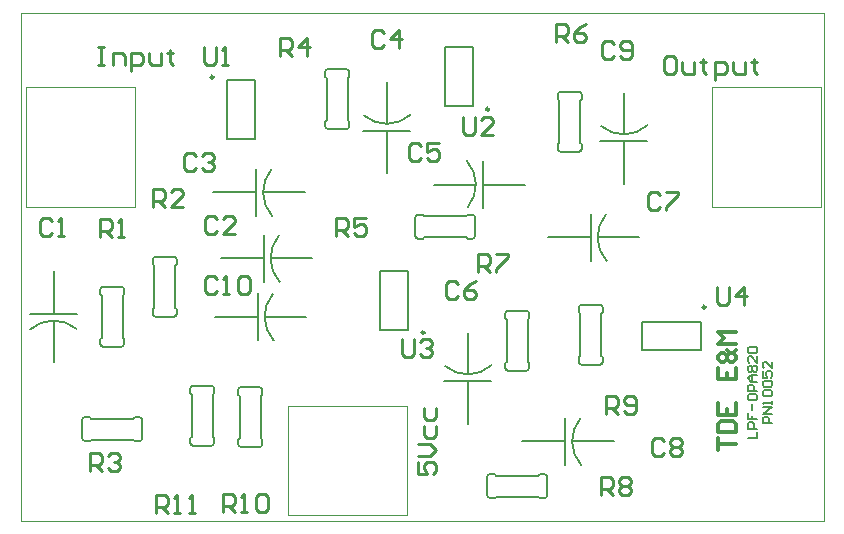
<source format=gto>
G04 Layer_Color=65535*
%FSLAX44Y44*%
%MOMM*%
G71*
G01*
G75*
%ADD15C,0.1000*%
%ADD22C,0.1524*%
%ADD23C,0.2500*%
%ADD24C,0.2000*%
%ADD25C,0.0500*%
%ADD26C,0.2540*%
%ADD27C,0.1500*%
%ADD28C,0.3000*%
D15*
X-30000Y-30000D02*
X650000D01*
Y400000D01*
X-30000D02*
X650000D01*
X-30000Y-30000D02*
Y400000D01*
D22*
X116050Y84300D02*
G03*
X113510Y81760I0J-2540D01*
G01*
X133830D02*
G03*
X131290Y84300I-2540J0D01*
G01*
Y33500D02*
G03*
X133830Y36040I0J2540D01*
G01*
X113510D02*
G03*
X116050Y33500I2540J0D01*
G01*
X156690Y83030D02*
G03*
X154150Y80490I0J-2540D01*
G01*
X174470D02*
G03*
X171930Y83030I-2540J0D01*
G01*
Y32230D02*
G03*
X174470Y34770I0J2540D01*
G01*
X154150D02*
G03*
X156690Y32230I2540J0D01*
G01*
X415770Y6830D02*
G03*
X413230Y9370I-2540J0D01*
G01*
Y-10950D02*
G03*
X415770Y-8410I0J2540D01*
G01*
X364970D02*
G03*
X367510Y-10950I2540J0D01*
G01*
Y9370D02*
G03*
X364970Y6830I0J-2540D01*
G01*
X444980Y152880D02*
G03*
X442440Y150340I0J-2540D01*
G01*
X462760D02*
G03*
X460220Y152880I-2540J0D01*
G01*
Y102080D02*
G03*
X462760Y104620I0J2540D01*
G01*
X442440D02*
G03*
X444980Y102080I2540J0D01*
G01*
X245590Y301470D02*
G03*
X248130Y304010I0J2540D01*
G01*
X227810D02*
G03*
X230350Y301470I2540J0D01*
G01*
Y352270D02*
G03*
X227810Y349730I0J-2540D01*
G01*
X248130D02*
G03*
X245590Y352270I-2540J0D01*
G01*
X354810Y226540D02*
G03*
X352270Y229080I-2540J0D01*
G01*
Y208760D02*
G03*
X354810Y211300I0J2540D01*
G01*
X304010D02*
G03*
X306550Y208760I2540J0D01*
G01*
Y229080D02*
G03*
X304010Y226540I0J-2540D01*
G01*
X442440Y282420D02*
G03*
X444980Y284960I0J2540D01*
G01*
X424660D02*
G03*
X427200Y282420I2540J0D01*
G01*
Y333220D02*
G03*
X424660Y330680I0J-2540D01*
G01*
X444980D02*
G03*
X442440Y333220I-2540J0D01*
G01*
X382750Y147800D02*
G03*
X380210Y145260I0J-2540D01*
G01*
X400530D02*
G03*
X397990Y147800I-2540J0D01*
G01*
Y97000D02*
G03*
X400530Y99540I0J2540D01*
G01*
X380210D02*
G03*
X382750Y97000I2540J0D01*
G01*
X39850Y168120D02*
G03*
X37310Y165580I0J-2540D01*
G01*
X57630D02*
G03*
X55090Y168120I-2540J0D01*
G01*
Y117320D02*
G03*
X57630Y119860I0J2540D01*
G01*
X37310D02*
G03*
X39850Y117320I2540J0D01*
G01*
X84300Y193520D02*
G03*
X81760Y190980I0J-2540D01*
G01*
X102080D02*
G03*
X99540Y193520I-2540J0D01*
G01*
Y142720D02*
G03*
X102080Y145260I0J2540D01*
G01*
X81760D02*
G03*
X84300Y142720I2540J0D01*
G01*
X72870Y55090D02*
G03*
X70330Y57630I-2540J0D01*
G01*
Y37310D02*
G03*
X72870Y39850I0J2540D01*
G01*
X22070D02*
G03*
X24610Y37310I2540J0D01*
G01*
Y57630D02*
G03*
X22070Y55090I0J-2540D01*
G01*
X116050Y84300D02*
X131290D01*
X133830Y77950D02*
Y81760D01*
X113510Y77950D02*
Y81760D01*
X132560Y41120D02*
Y76680D01*
X133830Y77950D01*
X114780Y41120D02*
Y76680D01*
X113510Y77950D02*
X114780Y76680D01*
X132560Y41120D02*
X133830Y39850D01*
Y36040D02*
Y39850D01*
X113510D02*
X114780Y41120D01*
X113510Y36040D02*
Y39850D01*
X116050Y33500D02*
X131290D01*
X156690Y83030D02*
X171930D01*
X174470Y76680D02*
Y80490D01*
X154150Y76680D02*
Y80490D01*
X173200Y39850D02*
Y75410D01*
X174470Y76680D01*
X155420Y39850D02*
Y75410D01*
X154150Y76680D02*
X155420Y75410D01*
X173200Y39850D02*
X174470Y38580D01*
Y34770D02*
Y38580D01*
X154150D02*
X155420Y39850D01*
X154150Y34770D02*
Y38580D01*
X156690Y32230D02*
X171930D01*
X415770Y-8410D02*
Y6830D01*
X409420Y-10950D02*
X413230D01*
X409420Y9370D02*
X413230D01*
X372590Y-9680D02*
X408150D01*
X409420Y-10950D01*
X372590Y8100D02*
X408150D01*
X409420Y9370D01*
X371320Y-10950D02*
X372590Y-9680D01*
X367510Y-10950D02*
X371320D01*
Y9370D02*
X372590Y8100D01*
X367510Y9370D02*
X371320D01*
X364970Y-8410D02*
Y6830D01*
X444980Y152880D02*
X460220D01*
X462760Y146530D02*
Y150340D01*
X442440Y146530D02*
Y150340D01*
X461490Y109700D02*
Y145260D01*
X462760Y146530D01*
X443710Y109700D02*
Y145260D01*
X442440Y146530D02*
X443710Y145260D01*
X461490Y109700D02*
X462760Y108430D01*
Y104620D02*
Y108430D01*
X442440D02*
X443710Y109700D01*
X442440Y104620D02*
Y108430D01*
X444980Y102080D02*
X460220D01*
X230350Y301470D02*
X245590D01*
X227810Y304010D02*
Y307820D01*
X248130Y304010D02*
Y307820D01*
X229080Y309090D02*
Y344650D01*
X227810Y307820D02*
X229080Y309090D01*
X246860D02*
Y344650D01*
Y309090D02*
X248130Y307820D01*
X227810Y345920D02*
X229080Y344650D01*
X227810Y345920D02*
Y349730D01*
X246860Y344650D02*
X248130Y345920D01*
Y349730D01*
X230350Y352270D02*
X245590D01*
X354810Y211300D02*
Y226540D01*
X348460Y208760D02*
X352270D01*
X348460Y229080D02*
X352270D01*
X311630Y210030D02*
X347190D01*
X348460Y208760D01*
X311630Y227810D02*
X347190D01*
X348460Y229080D01*
X310360Y208760D02*
X311630Y210030D01*
X306550Y208760D02*
X310360D01*
Y229080D02*
X311630Y227810D01*
X306550Y229080D02*
X310360D01*
X304010Y211300D02*
Y226540D01*
X427200Y282420D02*
X442440D01*
X424660Y284960D02*
Y288770D01*
X444980Y284960D02*
Y288770D01*
X425930Y290040D02*
Y325600D01*
X424660Y288770D02*
X425930Y290040D01*
X443710D02*
Y325600D01*
Y290040D02*
X444980Y288770D01*
X424660Y326870D02*
X425930Y325600D01*
X424660Y326870D02*
Y330680D01*
X443710Y325600D02*
X444980Y326870D01*
Y330680D01*
X427200Y333220D02*
X442440D01*
X382750Y147800D02*
X397990D01*
X400530Y141450D02*
Y145260D01*
X380210Y141450D02*
Y145260D01*
X399260Y104620D02*
Y140180D01*
X400530Y141450D01*
X381480Y104620D02*
Y140180D01*
X380210Y141450D02*
X381480Y140180D01*
X399260Y104620D02*
X400530Y103350D01*
Y99540D02*
Y103350D01*
X380210D02*
X381480Y104620D01*
X380210Y99540D02*
Y103350D01*
X382750Y97000D02*
X397990D01*
X39850Y168120D02*
X55090D01*
X57630Y161770D02*
Y165580D01*
X37310Y161770D02*
Y165580D01*
X56360Y124940D02*
Y160500D01*
X57630Y161770D01*
X38580Y124940D02*
Y160500D01*
X37310Y161770D02*
X38580Y160500D01*
X56360Y124940D02*
X57630Y123670D01*
Y119860D02*
Y123670D01*
X37310D02*
X38580Y124940D01*
X37310Y119860D02*
Y123670D01*
X39850Y117320D02*
X55090D01*
X84300Y193520D02*
X99540D01*
X102080Y187170D02*
Y190980D01*
X81760Y187170D02*
Y190980D01*
X100810Y150340D02*
Y185900D01*
X102080Y187170D01*
X83030Y150340D02*
Y185900D01*
X81760Y187170D02*
X83030Y185900D01*
X100810Y150340D02*
X102080Y149070D01*
Y145260D02*
Y149070D01*
X81760D02*
X83030Y150340D01*
X81760Y145260D02*
Y149070D01*
X84300Y142720D02*
X99540D01*
X72870Y39850D02*
Y55090D01*
X66520Y37310D02*
X70330D01*
X66520Y57630D02*
X70330D01*
X29690Y38580D02*
X65250D01*
X66520Y37310D01*
X29690Y56360D02*
X65250D01*
X66520Y57630D01*
X28420Y37310D02*
X29690Y38580D01*
X24610Y37310D02*
X28420D01*
Y57630D02*
X29690Y56360D01*
X24610Y57630D02*
X28420D01*
X22070Y39850D02*
Y55090D01*
D23*
X549980Y150710D02*
G03*
X549980Y150710I-1250J0D01*
G01*
X366590Y318370D02*
G03*
X366590Y318370I-1250J0D01*
G01*
X311980Y129140D02*
G03*
X311980Y129140I-1250J0D01*
G01*
X133440Y345530D02*
G03*
X133440Y345530I-1250J0D01*
G01*
D24*
X17160Y132458D02*
G03*
X-22198Y131771I-19284J-22981D01*
G01*
X188542Y211470D02*
G03*
X189229Y172112I22981J-19284D01*
G01*
X182192Y267350D02*
G03*
X182879Y227992I22981J-19284D01*
G01*
X260660Y313002D02*
G03*
X300018Y313689I19284J22981D01*
G01*
X348358Y235260D02*
G03*
X347671Y274618I-22981J19284D01*
G01*
X329240Y100912D02*
G03*
X368598Y101599I19284J22981D01*
G01*
X465402Y229250D02*
G03*
X466089Y189892I22981J-19284D01*
G01*
X443812Y56530D02*
G03*
X444499Y17172I22981J-19284D01*
G01*
X461320Y304112D02*
G03*
X500678Y304799I19284J22981D01*
G01*
X183462Y161940D02*
G03*
X184149Y122582I22981J-19284D01*
G01*
X496180Y138210D02*
X546180D01*
X496180Y114210D02*
X546180D01*
Y138210D01*
X496180Y114210D02*
Y138210D01*
X352840Y320920D02*
Y370920D01*
X328840Y320920D02*
Y370920D01*
Y320920D02*
X352840D01*
X328840Y370920D02*
X352840D01*
X298230Y131690D02*
Y181690D01*
X274230Y131690D02*
Y181690D01*
Y131690D02*
X298230D01*
X274230Y181690D02*
X298230D01*
X144690Y292980D02*
Y342980D01*
X168690Y292980D02*
Y342980D01*
X144690D02*
X168690D01*
X144690Y292980D02*
X168690D01*
X-2060Y145220D02*
Y181470D01*
Y104220D02*
Y139220D01*
X-22060Y145220D02*
X17940D01*
X139530Y192250D02*
X175780D01*
X181780D02*
X216780D01*
X175780Y172250D02*
Y212250D01*
X133180Y248130D02*
X169430D01*
X175430D02*
X210430D01*
X169430Y228130D02*
Y268130D01*
X279880Y263990D02*
Y300240D01*
Y306240D02*
Y341240D01*
X259880Y300240D02*
X299880D01*
X361120Y254480D02*
X397370D01*
X320120D02*
X355120D01*
X361120Y234480D02*
Y274480D01*
X348460Y51900D02*
Y88150D01*
Y94150D02*
Y129150D01*
X328460Y88150D02*
X368460D01*
X416390Y210030D02*
X452640D01*
X458640D02*
X493640D01*
X452640Y190030D02*
Y230030D01*
X394800Y37310D02*
X431050D01*
X437050D02*
X472050D01*
X431050Y17310D02*
Y57310D01*
X480540Y255100D02*
Y291350D01*
Y297350D02*
Y332350D01*
X460540Y291350D02*
X500540D01*
X134450Y142720D02*
X170700D01*
X176700D02*
X211700D01*
X170700Y122720D02*
Y162720D01*
D25*
X196260Y66800D02*
X297460D01*
X196260Y-25200D02*
Y66800D01*
Y-25200D02*
X297460D01*
Y66800D01*
X555190Y235630D02*
Y336830D01*
Y235630D02*
X647190D01*
Y336830D01*
X555190D02*
X647190D01*
X66800Y235630D02*
Y336830D01*
X-25200D02*
X66800D01*
X-25200Y235630D02*
Y336830D01*
Y235630D02*
X66800D01*
D26*
X306555Y19527D02*
Y9370D01*
X314172D01*
X311633Y14448D01*
Y16988D01*
X314172Y19527D01*
X319251D01*
X321790Y16988D01*
Y11909D01*
X319251Y9370D01*
X306555Y24605D02*
X316712D01*
X321790Y29683D01*
X316712Y34762D01*
X306555D01*
X311633Y49997D02*
Y42379D01*
X314172Y39840D01*
X319251D01*
X321790Y42379D01*
Y49997D01*
X311633Y65232D02*
Y57614D01*
X314172Y55075D01*
X319251D01*
X321790Y57614D01*
Y65232D01*
X-3333Y223996D02*
X-5872Y226535D01*
X-10951D01*
X-13490Y223996D01*
Y213839D01*
X-10951Y211300D01*
X-5872D01*
X-3333Y213839D01*
X1745Y211300D02*
X6823D01*
X4284D01*
Y226535D01*
X1745Y223996D01*
X136367Y225266D02*
X133827Y227805D01*
X128749D01*
X126210Y225266D01*
Y215109D01*
X128749Y212570D01*
X133827D01*
X136367Y215109D01*
X151602Y212570D02*
X141445D01*
X151602Y222727D01*
Y225266D01*
X149063Y227805D01*
X143984D01*
X141445Y225266D01*
X118587Y278606D02*
X116047Y281145D01*
X110969D01*
X108430Y278606D01*
Y268449D01*
X110969Y265910D01*
X116047D01*
X118587Y268449D01*
X123665Y278606D02*
X126204Y281145D01*
X131283D01*
X133822Y278606D01*
Y276067D01*
X131283Y273528D01*
X128743D01*
X131283D01*
X133822Y270988D01*
Y268449D01*
X131283Y265910D01*
X126204D01*
X123665Y268449D01*
X277337Y382746D02*
X274797Y385285D01*
X269719D01*
X267180Y382746D01*
Y372589D01*
X269719Y370050D01*
X274797D01*
X277337Y372589D01*
X290033Y370050D02*
Y385285D01*
X282415Y377668D01*
X292572D01*
X309087Y287496D02*
X306548Y290035D01*
X301469D01*
X298930Y287496D01*
Y277339D01*
X301469Y274800D01*
X306548D01*
X309087Y277339D01*
X324322Y290035D02*
X314165D01*
Y282418D01*
X319243Y284957D01*
X321783D01*
X324322Y282418D01*
Y277339D01*
X321783Y274800D01*
X316704D01*
X314165Y277339D01*
X340202Y170529D02*
X337663Y173068D01*
X332584D01*
X330045Y170529D01*
Y160372D01*
X332584Y157833D01*
X337663D01*
X340202Y160372D01*
X355437Y173068D02*
X350358Y170529D01*
X345280Y165450D01*
Y160372D01*
X347819Y157833D01*
X352898D01*
X355437Y160372D01*
Y162911D01*
X352898Y165450D01*
X345280D01*
X511017Y245586D02*
X508478Y248125D01*
X503399D01*
X500860Y245586D01*
Y235429D01*
X503399Y232890D01*
X508478D01*
X511017Y235429D01*
X516095Y248125D02*
X526252D01*
Y245586D01*
X516095Y235429D01*
Y232890D01*
X514827Y37306D02*
X512287Y39845D01*
X507209D01*
X504670Y37306D01*
Y27149D01*
X507209Y24610D01*
X512287D01*
X514827Y27149D01*
X519905Y37306D02*
X522444Y39845D01*
X527523D01*
X530062Y37306D01*
Y34767D01*
X527523Y32227D01*
X530062Y29688D01*
Y27149D01*
X527523Y24610D01*
X522444D01*
X519905Y27149D01*
Y29688D01*
X522444Y32227D01*
X519905Y34767D01*
Y37306D01*
X522444Y32227D02*
X527523D01*
X472282Y373729D02*
X469743Y376268D01*
X464664D01*
X462125Y373729D01*
Y363572D01*
X464664Y361033D01*
X469743D01*
X472282Y363572D01*
X477360D02*
X479899Y361033D01*
X484978D01*
X487517Y363572D01*
Y373729D01*
X484978Y376268D01*
X479899D01*
X477360Y373729D01*
Y371190D01*
X479899Y368651D01*
X487517D01*
X136367Y174466D02*
X133827Y177005D01*
X128749D01*
X126210Y174466D01*
Y164309D01*
X128749Y161770D01*
X133827D01*
X136367Y164309D01*
X141445Y161770D02*
X146523D01*
X143984D01*
Y177005D01*
X141445Y174466D01*
X154141D02*
X156680Y177005D01*
X161758D01*
X164298Y174466D01*
Y164309D01*
X161758Y161770D01*
X156680D01*
X154141Y164309D01*
Y174466D01*
X35560Y370835D02*
X40638D01*
X38099D01*
Y355600D01*
X35560D01*
X40638D01*
X48256D02*
Y365757D01*
X55873D01*
X58413Y363218D01*
Y355600D01*
X63491Y350522D02*
Y365757D01*
X71108D01*
X73648Y363218D01*
Y358139D01*
X71108Y355600D01*
X63491D01*
X78726Y365757D02*
Y358139D01*
X81265Y355600D01*
X88883D01*
Y365757D01*
X96500Y368296D02*
Y365757D01*
X93961D01*
X99039D01*
X96500D01*
Y358139D01*
X99039Y355600D01*
X521968Y363215D02*
X516889D01*
X514350Y360676D01*
Y350519D01*
X516889Y347980D01*
X521968D01*
X524507Y350519D01*
Y360676D01*
X521968Y363215D01*
X529585Y358137D02*
Y350519D01*
X532124Y347980D01*
X539742D01*
Y358137D01*
X547359Y360676D02*
Y358137D01*
X544820D01*
X549898D01*
X547359D01*
Y350519D01*
X549898Y347980D01*
X557516Y342902D02*
Y358137D01*
X565134D01*
X567673Y355597D01*
Y350519D01*
X565134Y347980D01*
X557516D01*
X572751Y358137D02*
Y350519D01*
X575290Y347980D01*
X582908D01*
Y358137D01*
X590525Y360676D02*
Y358137D01*
X587986D01*
X593064D01*
X590525D01*
Y350519D01*
X593064Y347980D01*
X37437Y209903D02*
Y225138D01*
X45054D01*
X47594Y222599D01*
Y217521D01*
X45054Y214981D01*
X37437D01*
X42515D02*
X47594Y209903D01*
X52672D02*
X57750D01*
X55211D01*
Y225138D01*
X52672Y222599D01*
X81887Y235303D02*
Y250538D01*
X89504D01*
X92044Y247999D01*
Y242920D01*
X89504Y240381D01*
X81887D01*
X86965D02*
X92044Y235303D01*
X107279D02*
X97122D01*
X107279Y245460D01*
Y247999D01*
X104740Y250538D01*
X99661D01*
X97122Y247999D01*
X28420Y11910D02*
Y27145D01*
X36037D01*
X38577Y24606D01*
Y19527D01*
X36037Y16988D01*
X28420D01*
X33498D02*
X38577Y11910D01*
X43655Y24606D02*
X46194Y27145D01*
X51273D01*
X53812Y24606D01*
Y22067D01*
X51273Y19527D01*
X48733D01*
X51273D01*
X53812Y16988D01*
Y14449D01*
X51273Y11910D01*
X46194D01*
X43655Y14449D01*
X189710Y363700D02*
Y378935D01*
X197327D01*
X199867Y376396D01*
Y371317D01*
X197327Y368778D01*
X189710D01*
X194788D02*
X199867Y363700D01*
X212563D02*
Y378935D01*
X204945Y371317D01*
X215102D01*
X236700Y211300D02*
Y226535D01*
X244317D01*
X246857Y223996D01*
Y218918D01*
X244317Y216378D01*
X236700D01*
X241778D02*
X246857Y211300D01*
X262092Y226535D02*
X251935D01*
Y218918D01*
X257013Y221457D01*
X259553D01*
X262092Y218918D01*
Y213839D01*
X259553Y211300D01*
X254474D01*
X251935Y213839D01*
X423390Y375130D02*
Y390365D01*
X431007D01*
X433547Y387826D01*
Y382747D01*
X431007Y380208D01*
X423390D01*
X428468D02*
X433547Y375130D01*
X448782Y390365D02*
X443703Y387826D01*
X438625Y382747D01*
Y377669D01*
X441164Y375130D01*
X446243D01*
X448782Y377669D01*
Y380208D01*
X446243Y382747D01*
X438625D01*
X357350Y180820D02*
Y196055D01*
X364967D01*
X367507Y193516D01*
Y188438D01*
X364967Y185898D01*
X357350D01*
X362428D02*
X367507Y180820D01*
X372585Y196055D02*
X382742D01*
Y193516D01*
X372585Y183359D01*
Y180820D01*
X461490Y-8410D02*
Y6825D01*
X469108D01*
X471647Y4286D01*
Y-793D01*
X469108Y-3332D01*
X461490D01*
X466568D02*
X471647Y-8410D01*
X476725Y4286D02*
X479264Y6825D01*
X484343D01*
X486882Y4286D01*
Y1747D01*
X484343Y-793D01*
X486882Y-3332D01*
Y-5871D01*
X484343Y-8410D01*
X479264D01*
X476725Y-5871D01*
Y-3332D01*
X479264Y-793D01*
X476725Y1747D01*
Y4286D01*
X479264Y-793D02*
X484343D01*
X465300Y60170D02*
Y75405D01*
X472918D01*
X475457Y72866D01*
Y67787D01*
X472918Y65248D01*
X465300D01*
X470378D02*
X475457Y60170D01*
X480535Y62709D02*
X483074Y60170D01*
X488153D01*
X490692Y62709D01*
Y72866D01*
X488153Y75405D01*
X483074D01*
X480535Y72866D01*
Y70327D01*
X483074Y67787D01*
X490692D01*
X141450Y-22380D02*
Y-7145D01*
X149067D01*
X151607Y-9684D01*
Y-14763D01*
X149067Y-17302D01*
X141450D01*
X146528D02*
X151607Y-22380D01*
X156685D02*
X161763D01*
X159224D01*
Y-7145D01*
X156685Y-9684D01*
X169381D02*
X171920Y-7145D01*
X176999D01*
X179538Y-9684D01*
Y-19841D01*
X176999Y-22380D01*
X171920D01*
X169381Y-19841D01*
Y-9684D01*
X84300Y-23650D02*
Y-8415D01*
X91917D01*
X94457Y-10954D01*
Y-16033D01*
X91917Y-18572D01*
X84300D01*
X89378D02*
X94457Y-23650D01*
X99535D02*
X104613D01*
X102074D01*
Y-8415D01*
X99535Y-10954D01*
X112231Y-23650D02*
X117309D01*
X114770D01*
Y-8415D01*
X112231Y-10954D01*
X124813Y370934D02*
Y358238D01*
X127352Y355699D01*
X132430D01*
X134970Y358238D01*
Y370934D01*
X140048Y355699D02*
X145126D01*
X142587D01*
Y370934D01*
X140048Y368395D01*
X344650Y311625D02*
Y298929D01*
X347189Y296390D01*
X352267D01*
X354807Y298929D01*
Y311625D01*
X370042Y296390D02*
X359885D01*
X370042Y306547D01*
Y309086D01*
X367503Y311625D01*
X362424D01*
X359885Y309086D01*
X292580Y123665D02*
Y110969D01*
X295119Y108430D01*
X300198D01*
X302737Y110969D01*
Y123665D01*
X307815Y121126D02*
X310354Y123665D01*
X315433D01*
X317972Y121126D01*
Y118587D01*
X315433Y116047D01*
X312893D01*
X315433D01*
X317972Y113508D01*
Y110969D01*
X315433Y108430D01*
X310354D01*
X307815Y110969D01*
X559280Y168115D02*
Y155419D01*
X561819Y152880D01*
X566898D01*
X569437Y155419D01*
Y168115D01*
X582133Y152880D02*
Y168115D01*
X574515Y160497D01*
X584672D01*
D27*
X606270Y52550D02*
X598273D01*
Y56549D01*
X599605Y57882D01*
X602271D01*
X603604Y56549D01*
Y52550D01*
X606270Y60547D02*
X598273D01*
X606270Y65879D01*
X598273D01*
X606270Y68545D02*
Y71211D01*
Y69878D01*
X598273D01*
X599605Y68545D01*
Y75209D02*
X598273Y76542D01*
Y79208D01*
X599605Y80541D01*
X604937D01*
X606270Y79208D01*
Y76542D01*
X604937Y75209D01*
X599605D01*
Y83207D02*
X598273Y84540D01*
Y87205D01*
X599605Y88538D01*
X604937D01*
X606270Y87205D01*
Y84540D01*
X604937Y83207D01*
X599605D01*
X598273Y96536D02*
Y91204D01*
X602271D01*
X600938Y93870D01*
Y95203D01*
X602271Y96536D01*
X604937D01*
X606270Y95203D01*
Y92537D01*
X604937Y91204D01*
X606270Y104533D02*
Y99202D01*
X600938Y104533D01*
X599605D01*
X598273Y103200D01*
Y100534D01*
X599605Y99202D01*
X585573Y39850D02*
X593570D01*
Y45182D01*
Y47847D02*
X585573D01*
Y51846D01*
X586906Y53179D01*
X589571D01*
X590904Y51846D01*
Y47847D01*
X585573Y61177D02*
Y55845D01*
X589571D01*
Y58511D01*
Y55845D01*
X593570D01*
X589571Y63842D02*
Y69174D01*
X585573Y75838D02*
Y73173D01*
X586906Y71840D01*
X592237D01*
X593570Y73173D01*
Y75838D01*
X592237Y77171D01*
X586906D01*
X585573Y75838D01*
X593570Y79837D02*
X585573D01*
Y83836D01*
X586906Y85169D01*
X589571D01*
X590904Y83836D01*
Y79837D01*
X593570Y87835D02*
X588238D01*
X585573Y90500D01*
X588238Y93166D01*
X593570D01*
X589571D01*
Y87835D01*
X586906Y95832D02*
X585573Y97165D01*
Y99831D01*
X586906Y101164D01*
X588238D01*
X589571Y99831D01*
X590904Y101164D01*
X592237D01*
X593570Y99831D01*
Y97165D01*
X592237Y95832D01*
X590904D01*
X589571Y97165D01*
X588238Y95832D01*
X586906D01*
X589571Y97165D02*
Y99831D01*
X593570Y109161D02*
Y103829D01*
X588238Y109161D01*
X586906D01*
X585573Y107828D01*
Y105162D01*
X586906Y103829D01*
Y111827D02*
X585573Y113160D01*
Y115826D01*
X586906Y117158D01*
X592237D01*
X593570Y115826D01*
Y113160D01*
X592237Y111827D01*
X586906D01*
D28*
X560795Y29690D02*
Y39687D01*
Y34688D01*
X575790D01*
X560795Y44685D02*
X575790D01*
Y52183D01*
X573291Y54682D01*
X563294D01*
X560795Y52183D01*
Y44685D01*
Y69677D02*
Y59680D01*
X575790D01*
Y69677D01*
X568292Y59680D02*
Y64679D01*
X560795Y99667D02*
Y89671D01*
X575790D01*
Y99667D01*
X568292Y89671D02*
Y94669D01*
X575790Y114663D02*
X573291Y112163D01*
X575790Y109664D01*
Y107165D01*
X573291Y104666D01*
X570792D01*
X568292Y107165D01*
X565793Y104666D01*
X563294D01*
X560795Y107165D01*
Y109664D01*
X563294Y112163D01*
X565793D01*
X568292Y109664D01*
X570792Y112163D01*
X573291D01*
X568292Y114663D02*
X570792Y112163D01*
X568292Y107165D02*
Y109664D01*
X575790Y119661D02*
X560795D01*
X565793Y124659D01*
X560795Y129658D01*
X575790D01*
M02*

</source>
